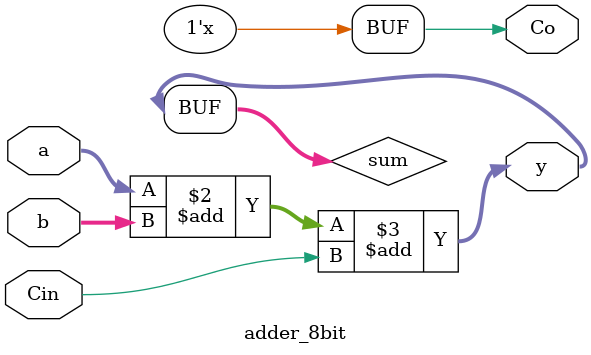
<source format=v>

module adder_16bit (
    input [15:0] a,
    input [15:0] b,
    input Cin,
    output [15:0] y,
    output Co
);

wire [7:0] c;
wire [15:0] s;

// Instantiate 8-bit adder module
adder_8bit adder0 (
    .a(a[7:0]),
    .b(b[7:0]),
    .Cin(Cin),
    .y(s[7:0]),
    .Co(c[0])
);
adder_8bit adder1 (
    .a(a[15:8]),
    .b(b[15:8]),
    .Cin(c[0]),
    .y(s[15:8]),
    .Co(c[1])
);

assign y = s;
assign Co = c[1];

endmodule

module adder_8bit (
    input [7:0] a,
    input [7:0] b,
    input Cin,
    output [7:0] y,
    output Co
);

reg [7:0] sum;

always @* begin
    sum = a + b + Cin;
end

assign y = sum;
assign Co = sum[8];

endmodule
</source>
